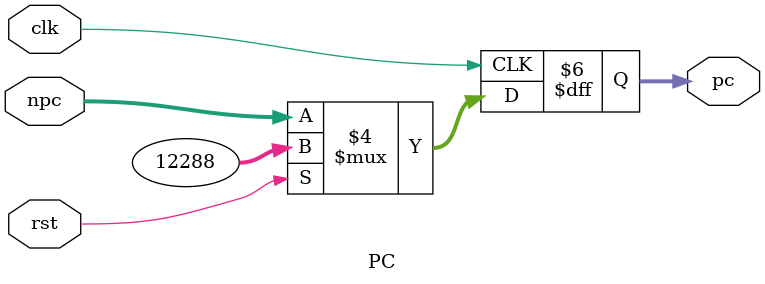
<source format=v>
`timescale 1ns / 1ps


module PC(
    input clk,
    input rst,
    input [31:0] npc,
    output reg [31:0] pc
    );

    
    always @(posedge clk) begin
        if(rst==1'b1) begin
            pc <= 32'h3000;
        end
        else begin
            pc <= npc;
        end
    end

endmodule

</source>
